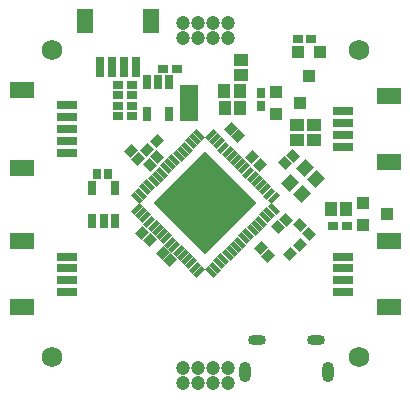
<source format=gbs>
G04*
G04 #@! TF.GenerationSoftware,Altium Limited,Altium Designer,24.5.2 (23)*
G04*
G04 Layer_Color=16711935*
%FSLAX44Y44*%
%MOMM*%
G71*
G04*
G04 #@! TF.SameCoordinates,E9FC05D7-2B72-4DC1-8FCA-AC280C2F8AC5*
G04*
G04*
G04 #@! TF.FilePolarity,Negative*
G04*
G01*
G75*
%ADD42R,0.8432X0.8032*%
%ADD43R,1.7532X0.8032*%
%ADD44R,2.0032X1.4032*%
%ADD47R,0.8032X0.8432*%
%ADD48R,0.8032X0.9532*%
%ADD50R,1.6032X1.5032*%
%ADD57R,1.1032X1.2032*%
%ADD60O,1.5032X0.8532*%
%ADD61O,0.9782X1.7532*%
%ADD62C,1.2032*%
%ADD63C,1.7272*%
%ADD90R,1.1532X1.0532*%
%ADD91R,1.0532X1.1532*%
G04:AMPARAMS|DCode=92|XSize=0.4632mm|YSize=1.0632mm|CornerRadius=0mm|HoleSize=0mm|Usage=FLASHONLY|Rotation=315.000|XOffset=0mm|YOffset=0mm|HoleType=Round|Shape=Rectangle|*
%AMROTATEDRECTD92*
4,1,4,-0.5397,-0.2121,0.2121,0.5397,0.5397,0.2121,-0.2121,-0.5397,-0.5397,-0.2121,0.0*
%
%ADD92ROTATEDRECTD92*%

%ADD93R,0.8032X1.7532*%
%ADD94R,1.4032X2.0032*%
G04:AMPARAMS|DCode=95|XSize=1.0032mm|YSize=1.1032mm|CornerRadius=0mm|HoleSize=0mm|Usage=FLASHONLY|Rotation=135.000|XOffset=0mm|YOffset=0mm|HoleType=Round|Shape=Rectangle|*
%AMROTATEDRECTD95*
4,1,4,0.7447,0.0354,-0.0354,-0.7447,-0.7447,-0.0354,0.0354,0.7447,0.7447,0.0354,0.0*
%
%ADD95ROTATEDRECTD95*%

%ADD96R,0.8032X1.2032*%
%ADD97R,1.1032X1.0032*%
G04:AMPARAMS|DCode=98|XSize=0.8432mm|YSize=0.8032mm|CornerRadius=0mm|HoleSize=0mm|Usage=FLASHONLY|Rotation=135.000|XOffset=0mm|YOffset=0mm|HoleType=Round|Shape=Rectangle|*
%AMROTATEDRECTD98*
4,1,4,0.5821,-0.0141,0.0141,-0.5821,-0.5821,0.0141,-0.0141,0.5821,0.5821,-0.0141,0.0*
%
%ADD98ROTATEDRECTD98*%

%ADD99P,8.7727X4X360.0*%
G04:AMPARAMS|DCode=100|XSize=1.0632mm|YSize=0.4632mm|CornerRadius=0mm|HoleSize=0mm|Usage=FLASHONLY|Rotation=315.000|XOffset=0mm|YOffset=0mm|HoleType=Round|Shape=Rectangle|*
%AMROTATEDRECTD100*
4,1,4,-0.5397,0.2121,-0.2121,0.5397,0.5397,-0.2121,0.2121,-0.5397,-0.5397,0.2121,0.0*
%
%ADD100ROTATEDRECTD100*%

%ADD101R,0.9532X0.8032*%
G04:AMPARAMS|DCode=102|XSize=0.8432mm|YSize=0.8032mm|CornerRadius=0mm|HoleSize=0mm|Usage=FLASHONLY|Rotation=45.000|XOffset=0mm|YOffset=0mm|HoleType=Round|Shape=Rectangle|*
%AMROTATEDRECTD102*
4,1,4,-0.0141,-0.5821,-0.5821,-0.0141,0.0141,0.5821,0.5821,0.0141,-0.0141,-0.5821,0.0*
%
%ADD102ROTATEDRECTD102*%

%ADD103R,1.0032X1.1032*%
%ADD104R,0.7532X1.2032*%
G04:AMPARAMS|DCode=105|XSize=0.8032mm|YSize=0.9532mm|CornerRadius=0mm|HoleSize=0mm|Usage=FLASHONLY|Rotation=45.000|XOffset=0mm|YOffset=0mm|HoleType=Round|Shape=Rectangle|*
%AMROTATEDRECTD105*
4,1,4,0.0530,-0.6210,-0.6210,0.0530,-0.0530,0.6210,0.6210,-0.0530,0.0530,-0.6210,0.0*
%
%ADD105ROTATEDRECTD105*%

G04:AMPARAMS|DCode=106|XSize=0.8032mm|YSize=0.9532mm|CornerRadius=0mm|HoleSize=0mm|Usage=FLASHONLY|Rotation=315.000|XOffset=0mm|YOffset=0mm|HoleType=Round|Shape=Rectangle|*
%AMROTATEDRECTD106*
4,1,4,-0.6210,-0.0530,0.0530,0.6210,0.6210,0.0530,-0.0530,-0.6210,-0.6210,-0.0530,0.0*
%
%ADD106ROTATEDRECTD106*%

D42*
X-74000Y82400D02*
D03*
Y73600D02*
D03*
X-62000Y82400D02*
D03*
Y73600D02*
D03*
Y91600D02*
D03*
Y100400D02*
D03*
X-74000Y91600D02*
D03*
Y100400D02*
D03*
D43*
X-116680Y53000D02*
D03*
Y83000D02*
D03*
Y73000D02*
D03*
Y63000D02*
D03*
Y43000D02*
D03*
X116680Y-45000D02*
D03*
Y-75000D02*
D03*
Y-65000D02*
D03*
Y-55000D02*
D03*
Y68000D02*
D03*
Y58000D02*
D03*
Y48000D02*
D03*
Y78000D02*
D03*
X-116680Y-75000D02*
D03*
Y-45000D02*
D03*
Y-55000D02*
D03*
Y-65000D02*
D03*
D44*
X-155430Y96000D02*
D03*
Y30000D02*
D03*
X155430Y-88000D02*
D03*
Y-32000D02*
D03*
Y91000D02*
D03*
Y35000D02*
D03*
X-155430Y-32000D02*
D03*
Y-88000D02*
D03*
D47*
X-82600Y25000D02*
D03*
X-91400D02*
D03*
D48*
X47000Y82250D02*
D03*
Y93750D02*
D03*
D50*
X-14000Y93000D02*
D03*
Y77000D02*
D03*
D57*
X16250Y95000D02*
D03*
X29750D02*
D03*
D60*
X44000Y-116000D02*
D03*
X94000D02*
D03*
D61*
X34000Y-143000D02*
D03*
X104000D02*
D03*
D62*
X19050Y139650D02*
D03*
Y152350D02*
D03*
X6350Y139650D02*
D03*
X-6350D02*
D03*
X-19050D02*
D03*
X6350Y152350D02*
D03*
X-6350D02*
D03*
X-19050D02*
D03*
X19050Y-152350D02*
D03*
X6350D02*
D03*
X-6350D02*
D03*
X19050Y-139650D02*
D03*
X6350D02*
D03*
X-6350D02*
D03*
X-19050Y-152350D02*
D03*
Y-139650D02*
D03*
D63*
X130000Y-130000D02*
D03*
X-130000D02*
D03*
X130000Y130000D02*
D03*
X-130000D02*
D03*
D90*
X78000Y66500D02*
D03*
Y53500D02*
D03*
X92000Y66500D02*
D03*
Y53500D02*
D03*
X30000Y121500D02*
D03*
Y108500D02*
D03*
D91*
X119500Y-5000D02*
D03*
X106500D02*
D03*
X29500Y81000D02*
D03*
X16500D02*
D03*
D92*
X50806Y11915D02*
D03*
X47270Y15450D02*
D03*
X-57877Y-4844D02*
D03*
X-54341Y-8379D02*
D03*
X-50806Y-11915D02*
D03*
X-47270Y-15450D02*
D03*
X-43735Y-18986D02*
D03*
X-40199Y-22521D02*
D03*
X-36663Y-26057D02*
D03*
X-33128Y-29592D02*
D03*
X-29592Y-33128D02*
D03*
X-26057Y-36663D02*
D03*
X-22521Y-40199D02*
D03*
X-18986Y-43735D02*
D03*
X-15450Y-47270D02*
D03*
X-11915Y-50806D02*
D03*
X-8379Y-54341D02*
D03*
X-4844Y-57877D02*
D03*
X57877Y4844D02*
D03*
X54341Y8379D02*
D03*
X43735Y18986D02*
D03*
X40199Y22521D02*
D03*
X36663Y26057D02*
D03*
X33128Y29592D02*
D03*
X29592Y33128D02*
D03*
X26057Y36663D02*
D03*
X22521Y40199D02*
D03*
X18986Y43735D02*
D03*
X15450Y47270D02*
D03*
X11915Y50806D02*
D03*
X8379Y54341D02*
D03*
X4844Y57877D02*
D03*
D93*
X-79000Y115680D02*
D03*
X-69000D02*
D03*
X-59000D02*
D03*
X-89000D02*
D03*
D94*
X-102000Y154430D02*
D03*
X-46000D02*
D03*
D95*
X93819Y20414D02*
D03*
X84414Y29819D02*
D03*
X81586Y8181D02*
D03*
X72181Y17586D02*
D03*
D96*
X-95500Y-15000D02*
D03*
X-86000D02*
D03*
X-76500D02*
D03*
X-95500Y13000D02*
D03*
X-76500D02*
D03*
D97*
X60000Y75500D02*
D03*
Y94500D02*
D03*
X80000Y85000D02*
D03*
X134000Y-18500D02*
D03*
Y500D02*
D03*
X154000Y-9000D02*
D03*
D98*
X67889Y33889D02*
D03*
X74111Y40111D02*
D03*
X68111Y-13889D02*
D03*
X61889Y-20111D02*
D03*
X-47111Y32889D02*
D03*
X-40889Y39111D02*
D03*
D99*
X0Y0D02*
D03*
D100*
X4844Y-57877D02*
D03*
X8379Y-54341D02*
D03*
X11915Y-50806D02*
D03*
X15450Y-47270D02*
D03*
X18986Y-43735D02*
D03*
X22521Y-40199D02*
D03*
X26057Y-36663D02*
D03*
X29592Y-33128D02*
D03*
X33128Y-29592D02*
D03*
X36663Y-26057D02*
D03*
X40199Y-22521D02*
D03*
X43735Y-18986D02*
D03*
X47270Y-15450D02*
D03*
X50806Y-11915D02*
D03*
X54341Y-8379D02*
D03*
X57877Y-4844D02*
D03*
X-4844Y57877D02*
D03*
X-8379Y54341D02*
D03*
X-11915Y50806D02*
D03*
X-15450Y47270D02*
D03*
X-18986Y43735D02*
D03*
X-22521Y40199D02*
D03*
X-26057Y36663D02*
D03*
X-29592Y33128D02*
D03*
X-33128Y29592D02*
D03*
X-36663Y26057D02*
D03*
X-40199Y22521D02*
D03*
X-43735Y18986D02*
D03*
X-47270Y15450D02*
D03*
X-50806Y11915D02*
D03*
X-54341Y8379D02*
D03*
X-57877Y4844D02*
D03*
D101*
X89750Y139000D02*
D03*
X78250D02*
D03*
X119750Y-19000D02*
D03*
X108250D02*
D03*
X-35750Y114000D02*
D03*
X-24250D02*
D03*
D102*
X53111Y-44111D02*
D03*
X46889Y-37889D02*
D03*
X46111Y32889D02*
D03*
X39889Y39111D02*
D03*
X-63111Y44111D02*
D03*
X-56889Y37889D02*
D03*
X-46889Y-31111D02*
D03*
X-53111Y-24889D02*
D03*
X-36111Y-41889D02*
D03*
X-29889Y-48111D02*
D03*
X28111Y56889D02*
D03*
X21889Y63111D02*
D03*
D103*
X88000Y108000D02*
D03*
X97500Y128000D02*
D03*
X78500D02*
D03*
D104*
X-49500Y102500D02*
D03*
X-40000D02*
D03*
X-30500D02*
D03*
Y75500D02*
D03*
X-49500D02*
D03*
D105*
X79934Y-17934D02*
D03*
X88066Y-26066D02*
D03*
D106*
X80066Y-34934D02*
D03*
X71934Y-43066D02*
D03*
X-49066Y44934D02*
D03*
X-40934Y53066D02*
D03*
M02*

</source>
